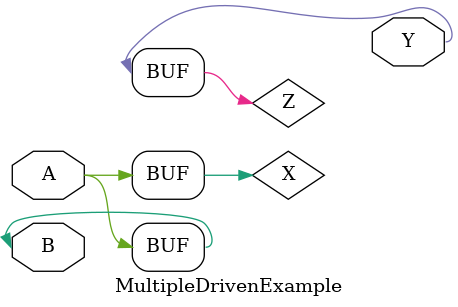
<source format=v>
module MultipleDrivenExample(input A, input B, output Y);
  reg X;
  wire Z;

  // Multiple drivers for X
  always @(A or B)
    X <= A;
  
  always @(A or B)
    X <= B;
  
  // Valid assignment for Y
  always @(Z)
    Y = Z;
endmodule


</source>
